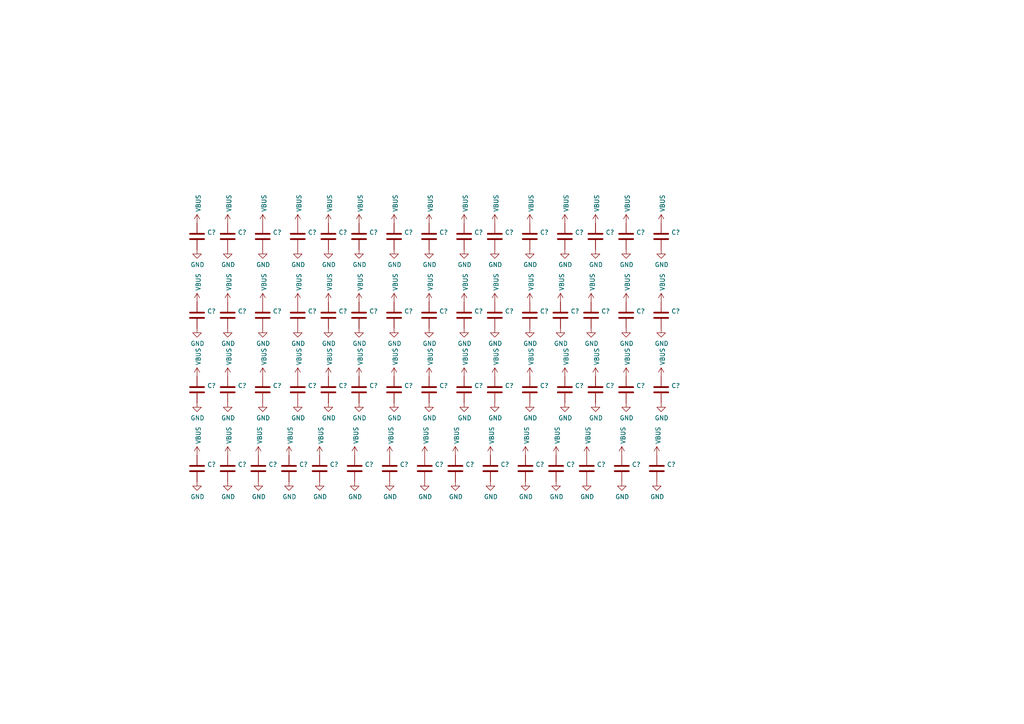
<source format=kicad_sch>
(kicad_sch (version 20211123) (generator eeschema)
  (paper "A4")
  (lib_symbols
    (symbol "Device:C" (pin_numbers hide) (pin_names (offset 0.254))
      (property "Reference" "C" (at 0.635 2.54 0))
      (property "Value" "C" (at 0.635 -2.54 0))
      (symbol "C_0_1"
        (polyline (pts (xy -2.032 -0.762) (xy 2.032 -0.762)) (stroke (width 0.508)))
        (polyline (pts (xy -2.032 0.762) (xy 2.032 0.762)) (stroke (width 0.508)))
      )
      (symbol "C_1_1"
        (pin passive line (at 0 3.81 270) (length 2.794) (name "~") (number "1"))
        (pin passive line (at 0 -3.81 90) (length 2.794) (name "~") (number "2"))
      )
    )
    (symbol "power:GND" (power) (pin_names (offset 0))
      (property "Value" "GND" (at 0 -3.81 0))
      (symbol "GND_0_1"
        (polyline (pts (xy 0 0) (xy 0 -1.27) (xy 1.27 -1.27) (xy 0 -2.54) (xy -1.27 -1.27) (xy 0 -1.27)))
      )
      (symbol "GND_1_1"
        (pin power_in line (at 0 0 270) (length 0) hide (name "GND") (number "1"))
      )
    )
    (symbol "power:VBUS" (power) (pin_names (offset 0))
      (property "Value" "VBUS" (at 0 3.81 0))
      (symbol "VBUS_0_1"
        (polyline (pts (xy -0.762 1.27) (xy 0 2.54)))
        (polyline (pts (xy 0 0) (xy 0 2.54)))
        (polyline (pts (xy 0 2.54) (xy 0.762 1.27)))
      )
      (symbol "VBUS_1_1"
        (pin power_in line (at 0 0 90) (length 0) hide (name "VBUS") (number "1"))
      )
    )
  )
  (symbol (lib_id "power:VBUS") (at 95.25 109.22 0) (unit 1)
    (property "Reference" "#PWR?" (effects hide))
  )
  (symbol (lib_id "power:GND") (at 95.25 116.84 0) (unit 1)
    (property "Reference" "#PWR?" (effects hide))
  )
  (symbol (lib_id "Device:C") (at 57.15 68.58 180) (unit 1)
    (property "Reference" "C?" (at 60.071 67.4116 0) (effects (justify right)))
  )
  (symbol (lib_id "power:VBUS") (at 57.15 64.77 0) (unit 1)
    (property "Reference" "#PWR?" (effects hide))
  )
  (symbol (lib_id "power:GND") (at 57.15 72.39 0) (unit 1)
    (property "Reference" "#PWR?" (effects hide))
  )
  (symbol (lib_id "Device:C") (at 66.04 68.58 180) (unit 1)
    (property "Reference" "C?" (at 68.961 67.4116 0) (effects (justify right)))
  )
  (symbol (lib_id "power:VBUS") (at 66.04 64.77 0) (unit 1)
    (property "Reference" "#PWR?" (effects hide))
  )
  (symbol (lib_id "power:GND") (at 66.04 72.39 0) (unit 1)
    (property "Reference" "#PWR?" (effects hide))
  )
  (symbol (lib_id "Device:C") (at 76.2 68.58 180) (unit 1)
    (property "Reference" "C?" (at 79.121 67.4116 0) (effects (justify right)))
  )
  (symbol (lib_id "power:VBUS") (at 76.2 64.77 0) (unit 1)
    (property "Reference" "#PWR?" (effects hide))
  )
  (symbol (lib_id "power:GND") (at 76.2 72.39 0) (unit 1)
    (property "Reference" "#PWR?" (effects hide))
  )
  (symbol (lib_id "Device:C") (at 86.36 68.58 180) (unit 1)
    (property "Reference" "C?" (at 89.281 67.4116 0) (effects (justify right)))
  )
  (symbol (lib_id "power:VBUS") (at 86.36 64.77 0) (unit 1)
    (property "Reference" "#PWR?" (effects hide))
  )
  (symbol (lib_id "power:GND") (at 86.36 72.39 0) (unit 1)
    (property "Reference" "#PWR?" (effects hide))
  )
  (symbol (lib_id "Device:C") (at 95.25 68.58 180) (unit 1)
    (property "Reference" "C?" (at 98.171 67.4116 0) (effects (justify right)))
  )
  (symbol (lib_id "power:VBUS") (at 95.25 64.77 0) (unit 1)
    (property "Reference" "#PWR?" (effects hide))
  )
  (symbol (lib_id "power:GND") (at 95.25 72.39 0) (unit 1)
    (property "Reference" "#PWR?" (effects hide))
  )
  (symbol (lib_id "Device:C") (at 104.14 68.58 180) (unit 1)
    (property "Reference" "C?" (at 107.061 67.4116 0) (effects (justify right)))
  )
  (symbol (lib_id "power:VBUS") (at 104.14 64.77 0) (unit 1)
    (property "Reference" "#PWR?" (effects hide))
  )
  (symbol (lib_id "power:GND") (at 104.14 72.39 0) (unit 1)
    (property "Reference" "#PWR?" (effects hide))
  )
  (symbol (lib_id "Device:C") (at 114.3 68.58 180) (unit 1)
    (property "Reference" "C?" (at 117.221 67.4116 0) (effects (justify right)))
  )
  (symbol (lib_id "power:VBUS") (at 114.3 64.77 0) (unit 1)
    (property "Reference" "#PWR?" (effects hide))
  )
  (symbol (lib_id "power:GND") (at 114.3 72.39 0) (unit 1)
    (property "Reference" "#PWR?" (effects hide))
  )
  (symbol (lib_id "Device:C") (at 124.46 68.58 180) (unit 1)
    (property "Reference" "C?" (at 127.381 67.4116 0) (effects (justify right)))
  )
  (symbol (lib_id "power:VBUS") (at 124.46 64.77 0) (unit 1)
    (property "Reference" "#PWR?" (effects hide))
  )
  (symbol (lib_id "power:GND") (at 124.46 72.39 0) (unit 1)
    (property "Reference" "#PWR?" (effects hide))
  )
  (symbol (lib_id "Device:C") (at 57.15 91.44 180) (unit 1)
    (property "Reference" "C?" (at 60.071 90.2716 0) (effects (justify right)))
  )
  (symbol (lib_id "power:VBUS") (at 57.15 87.63 0) (unit 1)
    (property "Reference" "#PWR?" (effects hide))
  )
  (symbol (lib_id "power:GND") (at 57.15 95.25 0) (unit 1)
    (property "Reference" "#PWR?" (effects hide))
  )
  (symbol (lib_id "Device:C") (at 66.04 91.44 180) (unit 1)
    (property "Reference" "C?" (at 68.961 90.2716 0) (effects (justify right)))
  )
  (symbol (lib_id "power:VBUS") (at 66.04 87.63 0) (unit 1)
    (property "Reference" "#PWR?" (effects hide))
  )
  (symbol (lib_id "power:GND") (at 66.04 95.25 0) (unit 1)
    (property "Reference" "#PWR?" (effects hide))
  )
  (symbol (lib_id "Device:C") (at 76.2 91.44 180) (unit 1)
    (property "Reference" "C?" (at 79.121 90.2716 0) (effects (justify right)))
  )
  (symbol (lib_id "power:VBUS") (at 76.2 87.63 0) (unit 1)
    (property "Reference" "#PWR?" (effects hide))
  )
  (symbol (lib_id "power:GND") (at 76.2 95.25 0) (unit 1)
    (property "Reference" "#PWR?" (effects hide))
  )
  (symbol (lib_id "Device:C") (at 86.36 91.44 180) (unit 1)
    (property "Reference" "C?" (at 89.281 90.2716 0) (effects (justify right)))
  )
  (symbol (lib_id "power:VBUS") (at 86.36 87.63 0) (unit 1)
    (property "Reference" "#PWR?" (effects hide))
  )
  (symbol (lib_id "power:GND") (at 86.36 95.25 0) (unit 1)
    (property "Reference" "#PWR?" (effects hide))
  )
  (symbol (lib_id "Device:C") (at 95.25 91.44 180) (unit 1)
    (property "Reference" "C?" (at 98.171 90.2716 0) (effects (justify right)))
  )
  (symbol (lib_id "power:VBUS") (at 95.25 87.63 0) (unit 1)
    (property "Reference" "#PWR?" (effects hide))
  )
  (symbol (lib_id "power:GND") (at 95.25 95.25 0) (unit 1)
    (property "Reference" "#PWR?" (effects hide))
  )
  (symbol (lib_id "Device:C") (at 104.14 91.44 180) (unit 1)
    (property "Reference" "C?" (at 107.061 90.2716 0) (effects (justify right)))
  )
  (symbol (lib_id "power:VBUS") (at 104.14 87.63 0) (unit 1)
    (property "Reference" "#PWR?" (effects hide))
  )
  (symbol (lib_id "power:GND") (at 104.14 95.25 0) (unit 1)
    (property "Reference" "#PWR?" (effects hide))
  )
  (symbol (lib_id "Device:C") (at 114.3 91.44 180) (unit 1)
    (property "Reference" "C?" (at 117.221 90.2716 0) (effects (justify right)))
  )
  (symbol (lib_id "power:VBUS") (at 114.3 87.63 0) (unit 1)
    (property "Reference" "#PWR?" (effects hide))
  )
  (symbol (lib_id "power:GND") (at 114.3 95.25 0) (unit 1)
    (property "Reference" "#PWR?" (effects hide))
  )
  (symbol (lib_id "Device:C") (at 124.46 91.44 180) (unit 1)
    (property "Reference" "C?" (at 127.381 90.2716 0) (effects (justify right)))
  )
  (symbol (lib_id "power:VBUS") (at 124.46 87.63 0) (unit 1)
    (property "Reference" "#PWR?" (effects hide))
  )
  (symbol (lib_id "power:GND") (at 124.46 95.25 0) (unit 1)
    (property "Reference" "#PWR?" (effects hide))
  )
  (symbol (lib_id "Device:C") (at 57.15 113.03 180) (unit 1)
    (property "Reference" "C?" (at 60.071 111.8616 0) (effects (justify right)))
  )
  (symbol (lib_id "power:VBUS") (at 57.15 109.22 0) (unit 1)
    (property "Reference" "#PWR?" (effects hide))
  )
  (symbol (lib_id "power:GND") (at 57.15 116.84 0) (unit 1)
    (property "Reference" "#PWR?" (effects hide))
  )
  (symbol (lib_id "Device:C") (at 66.04 113.03 180) (unit 1)
    (property "Reference" "C?" (at 68.961 111.8616 0) (effects (justify right)))
  )
  (symbol (lib_id "power:VBUS") (at 66.04 109.22 0) (unit 1)
    (property "Reference" "#PWR?" (effects hide))
  )
  (symbol (lib_id "power:GND") (at 66.04 116.84 0) (unit 1)
    (property "Reference" "#PWR?" (effects hide))
  )
  (symbol (lib_id "Device:C") (at 76.2 113.03 180) (unit 1)
    (property "Reference" "C?" (at 79.121 111.8616 0) (effects (justify right)))
  )
  (symbol (lib_id "power:VBUS") (at 76.2 109.22 0) (unit 1)
    (property "Reference" "#PWR?" (effects hide))
  )
  (symbol (lib_id "power:GND") (at 76.2 116.84 0) (unit 1)
    (property "Reference" "#PWR?" (effects hide))
  )
  (symbol (lib_id "Device:C") (at 86.36 113.03 180) (unit 1)
    (property "Reference" "C?" (at 89.281 111.8616 0) (effects (justify right)))
  )
  (symbol (lib_id "power:VBUS") (at 86.36 109.22 0) (unit 1)
    (property "Reference" "#PWR?" (effects hide))
  )
  (symbol (lib_id "power:GND") (at 86.36 116.84 0) (unit 1)
    (property "Reference" "#PWR?" (effects hide))
  )
  (symbol (lib_id "Device:C") (at 95.25 113.03 180) (unit 1)
    (property "Reference" "C?" (at 98.171 111.8616 0) (effects (justify right)))
  )
  (symbol (lib_id "power:VBUS") (at 104.14 109.22 0) (unit 1)
    (property "Reference" "#PWR?" (effects hide))
  )
  (symbol (lib_id "power:GND") (at 104.14 116.84 0) (unit 1)
    (property "Reference" "#PWR?" (effects hide))
  )
  (symbol (lib_id "Device:C") (at 104.14 113.03 180) (unit 1)
    (property "Reference" "C?" (at 107.061 111.8616 0) (effects (justify right)))
  )
  (symbol (lib_id "power:VBUS") (at 114.3 109.22 0) (unit 1)
    (property "Reference" "#PWR?" (effects hide))
  )
  (symbol (lib_id "power:GND") (at 114.3 116.84 0) (unit 1)
    (property "Reference" "#PWR?" (effects hide))
  )
  (symbol (lib_id "Device:C") (at 114.3 113.03 180) (unit 1)
    (property "Reference" "C?" (at 117.221 111.8616 0) (effects (justify right)))
  )
  (symbol (lib_id "power:VBUS") (at 124.46 109.22 0) (unit 1)
    (property "Reference" "#PWR?" (effects hide))
  )
  (symbol (lib_id "power:GND") (at 124.46 116.84 0) (unit 1)
    (property "Reference" "#PWR?" (effects hide))
  )
  (symbol (lib_id "Device:C") (at 57.15 135.89 180) (unit 1)
    (property "Reference" "C?" (at 60.071 134.7216 0) (effects (justify right)))
  )
  (symbol (lib_id "power:VBUS") (at 57.15 132.08 0) (unit 1)
    (property "Reference" "#PWR?" (effects hide))
  )
  (symbol (lib_id "power:GND") (at 57.15 139.7 0) (unit 1)
    (property "Reference" "#PWR?" (effects hide))
  )
  (symbol (lib_id "Device:C") (at 66.04 135.89 180) (unit 1)
    (property "Reference" "C?" (at 68.961 134.7216 0) (effects (justify right)))
  )
  (symbol (lib_id "power:VBUS") (at 66.04 132.08 0) (unit 1)
    (property "Reference" "#PWR?" (effects hide))
  )
  (symbol (lib_id "power:GND") (at 66.04 139.7 0) (unit 1)
    (property "Reference" "#PWR?" (effects hide))
  )
  (symbol (lib_id "Device:C") (at 74.93 135.89 180) (unit 1)
    (property "Reference" "C?" (at 77.851 134.7216 0) (effects (justify right)))
  )
  (symbol (lib_id "power:VBUS") (at 74.93 132.08 0) (unit 1)
    (property "Reference" "#PWR?" (effects hide))
  )
  (symbol (lib_id "power:GND") (at 74.93 139.7 0) (unit 1)
    (property "Reference" "#PWR?" (effects hide))
  )
  (symbol (lib_id "Device:C") (at 83.82 135.89 180) (unit 1)
    (property "Reference" "C?" (at 86.741 134.7216 0) (effects (justify right)))
  )
  (symbol (lib_id "power:VBUS") (at 83.82 132.08 0) (unit 1)
    (property "Reference" "#PWR?" (effects hide))
  )
  (symbol (lib_id "power:GND") (at 83.82 139.7 0) (unit 1)
    (property "Reference" "#PWR?" (effects hide))
  )
  (symbol (lib_id "Device:C") (at 92.71 135.89 180) (unit 1)
    (property "Reference" "C?" (at 95.631 134.7216 0) (effects (justify right)))
  )
  (symbol (lib_id "power:VBUS") (at 92.71 132.08 0) (unit 1)
    (property "Reference" "#PWR?" (effects hide))
  )
  (symbol (lib_id "power:GND") (at 92.71 139.7 0) (unit 1)
    (property "Reference" "#PWR?" (effects hide))
  )
  (symbol (lib_id "Device:C") (at 102.87 135.89 180) (unit 1)
    (property "Reference" "C?" (at 105.791 134.7216 0) (effects (justify right)))
  )
  (symbol (lib_id "power:VBUS") (at 102.87 132.08 0) (unit 1)
    (property "Reference" "#PWR?" (effects hide))
  )
  (symbol (lib_id "power:GND") (at 102.87 139.7 0) (unit 1)
    (property "Reference" "#PWR?" (effects hide))
  )
  (symbol (lib_id "Device:C") (at 113.03 135.89 180) (unit 1)
    (property "Reference" "C?" (at 115.951 134.7216 0) (effects (justify right)))
  )
  (symbol (lib_id "power:VBUS") (at 113.03 132.08 0) (unit 1)
    (property "Reference" "#PWR?" (effects hide))
  )
  (symbol (lib_id "power:GND") (at 113.03 139.7 0) (unit 1)
    (property "Reference" "#PWR?" (effects hide))
  )
  (symbol (lib_id "Device:C") (at 134.62 68.58 180) (unit 1)
    (property "Reference" "C?" (at 137.541 67.4116 0) (effects (justify right)))
  )
  (symbol (lib_id "power:VBUS") (at 134.62 64.77 0) (unit 1)
    (property "Reference" "#PWR?" (effects hide))
  )
  (symbol (lib_id "power:GND") (at 134.62 72.39 0) (unit 1)
    (property "Reference" "#PWR?" (effects hide))
  )
  (symbol (lib_id "Device:C") (at 143.51 68.58 180) (unit 1)
    (property "Reference" "C?" (at 146.431 67.4116 0) (effects (justify right)))
  )
  (symbol (lib_id "power:VBUS") (at 143.51 64.77 0) (unit 1)
    (property "Reference" "#PWR?" (effects hide))
  )
  (symbol (lib_id "power:GND") (at 143.51 72.39 0) (unit 1)
    (property "Reference" "#PWR?" (effects hide))
  )
  (symbol (lib_id "Device:C") (at 153.67 68.58 180) (unit 1)
    (property "Reference" "C?" (at 156.591 67.4116 0) (effects (justify right)))
  )
  (symbol (lib_id "power:VBUS") (at 153.67 64.77 0) (unit 1)
    (property "Reference" "#PWR?" (effects hide))
  )
  (symbol (lib_id "power:GND") (at 153.67 72.39 0) (unit 1)
    (property "Reference" "#PWR?" (effects hide))
  )
  (symbol (lib_id "Device:C") (at 163.83 68.58 180) (unit 1)
    (property "Reference" "C?" (at 166.751 67.4116 0) (effects (justify right)))
  )
  (symbol (lib_id "power:VBUS") (at 163.83 64.77 0) (unit 1)
    (property "Reference" "#PWR?" (effects hide))
  )
  (symbol (lib_id "power:GND") (at 163.83 72.39 0) (unit 1)
    (property "Reference" "#PWR?" (effects hide))
  )
  (symbol (lib_id "Device:C") (at 172.72 68.58 180) (unit 1)
    (property "Reference" "C?" (at 175.641 67.4116 0) (effects (justify right)))
  )
  (symbol (lib_id "power:VBUS") (at 172.72 64.77 0) (unit 1)
    (property "Reference" "#PWR?" (effects hide))
  )
  (symbol (lib_id "power:GND") (at 172.72 72.39 0) (unit 1)
    (property "Reference" "#PWR?" (effects hide))
  )
  (symbol (lib_id "Device:C") (at 181.61 68.58 180) (unit 1)
    (property "Reference" "C?" (at 184.531 67.4116 0) (effects (justify right)))
  )
  (symbol (lib_id "power:VBUS") (at 181.61 64.77 0) (unit 1)
    (property "Reference" "#PWR?" (effects hide))
  )
  (symbol (lib_id "power:GND") (at 181.61 72.39 0) (unit 1)
    (property "Reference" "#PWR?" (effects hide))
  )
  (symbol (lib_id "Device:C") (at 191.77 68.58 180) (unit 1)
    (property "Reference" "C?" (at 194.691 67.4116 0) (effects (justify right)))
  )
  (symbol (lib_id "power:VBUS") (at 191.77 64.77 0) (unit 1)
    (property "Reference" "#PWR?" (effects hide))
  )
  (symbol (lib_id "power:GND") (at 191.77 72.39 0) (unit 1)
    (property "Reference" "#PWR?" (effects hide))
  )
  (symbol (lib_id "Device:C") (at 161.29 135.89 180) (unit 1)
    (property "Reference" "C?" (at 164.211 134.7216 0) (effects (justify right)))
  )
  (symbol (lib_id "power:VBUS") (at 161.29 132.08 0) (unit 1)
    (property "Reference" "#PWR?" (effects hide))
  )
  (symbol (lib_id "power:GND") (at 161.29 139.7 0) (unit 1)
    (property "Reference" "#PWR?" (effects hide))
  )
  (symbol (lib_id "Device:C") (at 134.62 91.44 180) (unit 1)
    (property "Reference" "C?" (at 137.541 90.2716 0) (effects (justify right)))
  )
  (symbol (lib_id "power:VBUS") (at 134.62 87.63 0) (unit 1)
    (property "Reference" "#PWR?" (effects hide))
  )
  (symbol (lib_id "power:GND") (at 134.62 95.25 0) (unit 1)
    (property "Reference" "#PWR?" (effects hide))
  )
  (symbol (lib_id "Device:C") (at 143.51 91.44 180) (unit 1)
    (property "Reference" "C?" (at 146.431 90.2716 0) (effects (justify right)))
  )
  (symbol (lib_id "power:VBUS") (at 143.51 87.63 0) (unit 1)
    (property "Reference" "#PWR?" (effects hide))
  )
  (symbol (lib_id "power:GND") (at 143.51 95.25 0) (unit 1)
    (property "Reference" "#PWR?" (effects hide))
  )
  (symbol (lib_id "Device:C") (at 153.67 91.44 180) (unit 1)
    (property "Reference" "C?" (at 156.591 90.2716 0) (effects (justify right)))
  )
  (symbol (lib_id "power:VBUS") (at 153.67 87.63 0) (unit 1)
    (property "Reference" "#PWR?" (effects hide))
  )
  (symbol (lib_id "power:GND") (at 153.67 95.25 0) (unit 1)
    (property "Reference" "#PWR?" (effects hide))
  )
  (symbol (lib_id "Device:C") (at 162.56 91.44 180) (unit 1)
    (property "Reference" "C?" (at 165.481 90.2716 0) (effects (justify right)))
  )
  (symbol (lib_id "power:VBUS") (at 162.56 87.63 0) (unit 1)
    (property "Reference" "#PWR?" (effects hide))
  )
  (symbol (lib_id "power:GND") (at 162.56 95.25 0) (unit 1)
    (property "Reference" "#PWR?" (effects hide))
  )
  (symbol (lib_id "Device:C") (at 171.45 91.44 180) (unit 1)
    (property "Reference" "C?" (at 174.371 90.2716 0) (effects (justify right)))
  )
  (symbol (lib_id "power:VBUS") (at 171.45 87.63 0) (unit 1)
    (property "Reference" "#PWR?" (effects hide))
  )
  (symbol (lib_id "power:GND") (at 171.45 95.25 0) (unit 1)
    (property "Reference" "#PWR?" (effects hide))
  )
  (symbol (lib_id "Device:C") (at 181.61 91.44 180) (unit 1)
    (property "Reference" "C?" (at 184.531 90.2716 0) (effects (justify right)))
  )
  (symbol (lib_id "power:VBUS") (at 181.61 87.63 0) (unit 1)
    (property "Reference" "#PWR?" (effects hide))
  )
  (symbol (lib_id "power:GND") (at 181.61 95.25 0) (unit 1)
    (property "Reference" "#PWR?" (effects hide))
  )
  (symbol (lib_id "Device:C") (at 191.77 91.44 180) (unit 1)
    (property "Reference" "C?" (at 194.691 90.2716 0) (effects (justify right)))
  )
  (symbol (lib_id "power:VBUS") (at 191.77 87.63 0) (unit 1)
    (property "Reference" "#PWR?" (effects hide))
  )
  (symbol (lib_id "power:GND") (at 191.77 95.25 0) (unit 1)
    (property "Reference" "#PWR?" (effects hide))
  )
  (symbol (lib_id "Device:C") (at 124.46 113.03 180) (unit 1)
    (property "Reference" "C?" (at 127.381 111.8616 0) (effects (justify right)))
  )
  (symbol (lib_id "power:VBUS") (at 134.62 109.22 0) (unit 1)
    (property "Reference" "#PWR?" (effects hide))
  )
  (symbol (lib_id "power:GND") (at 134.62 116.84 0) (unit 1)
    (property "Reference" "#PWR?" (effects hide))
  )
  (symbol (lib_id "Device:C") (at 134.62 113.03 180) (unit 1)
    (property "Reference" "C?" (at 137.541 111.8616 0) (effects (justify right)))
  )
  (symbol (lib_id "power:VBUS") (at 143.51 109.22 0) (unit 1)
    (property "Reference" "#PWR?" (effects hide))
  )
  (symbol (lib_id "power:GND") (at 143.51 116.84 0) (unit 1)
    (property "Reference" "#PWR?" (effects hide))
  )
  (symbol (lib_id "Device:C") (at 143.51 113.03 180) (unit 1)
    (property "Reference" "C?" (at 146.431 111.8616 0) (effects (justify right)))
  )
  (symbol (lib_id "power:VBUS") (at 153.67 109.22 0) (unit 1)
    (property "Reference" "#PWR?" (effects hide))
  )
  (symbol (lib_id "power:GND") (at 153.67 116.84 0) (unit 1)
    (property "Reference" "#PWR?" (effects hide))
  )
  (symbol (lib_id "Device:C") (at 153.67 113.03 180) (unit 1)
    (property "Reference" "C?" (at 156.591 111.8616 0) (effects (justify right)))
  )
  (symbol (lib_id "power:VBUS") (at 163.83 109.22 0) (unit 1)
    (property "Reference" "#PWR?" (effects hide))
  )
  (symbol (lib_id "power:GND") (at 163.83 116.84 0) (unit 1)
    (property "Reference" "#PWR?" (effects hide))
  )
  (symbol (lib_id "Device:C") (at 163.83 113.03 180) (unit 1)
    (property "Reference" "C?" (at 166.751 111.8616 0) (effects (justify right)))
  )
  (symbol (lib_id "power:VBUS") (at 172.72 109.22 0) (unit 1)
    (property "Reference" "#PWR?" (effects hide))
  )
  (symbol (lib_id "power:GND") (at 172.72 116.84 0) (unit 1)
    (property "Reference" "#PWR?" (effects hide))
  )
  (symbol (lib_id "Device:C") (at 172.72 113.03 180) (unit 1)
    (property "Reference" "C?" (at 175.641 111.8616 0) (effects (justify right)))
  )
  (symbol (lib_id "power:VBUS") (at 181.61 109.22 0) (unit 1)
    (property "Reference" "#PWR?" (effects hide))
  )
  (symbol (lib_id "power:GND") (at 181.61 116.84 0) (unit 1)
    (property "Reference" "#PWR?" (effects hide))
  )
  (symbol (lib_id "Device:C") (at 181.61 113.03 180) (unit 1)
    (property "Reference" "C?" (at 184.531 111.8616 0) (effects (justify right)))
  )
  (symbol (lib_id "power:VBUS") (at 191.77 109.22 0) (unit 1)
    (property "Reference" "#PWR?" (effects hide))
  )
  (symbol (lib_id "power:GND") (at 191.77 116.84 0) (unit 1)
    (property "Reference" "#PWR?" (effects hide))
  )
  (symbol (lib_id "Device:C") (at 191.77 113.03 180) (unit 1)
    (property "Reference" "C?" (at 194.691 111.8616 0) (effects (justify right)))
  )
  (symbol (lib_id "Device:C") (at 123.19 135.89 180) (unit 1)
    (property "Reference" "C?" (at 126.111 134.7216 0) (effects (justify right)))
  )
  (symbol (lib_id "power:VBUS") (at 123.19 132.08 0) (unit 1)
    (property "Reference" "#PWR?" (effects hide))
  )
  (symbol (lib_id "power:GND") (at 123.19 139.7 0) (unit 1)
    (property "Reference" "#PWR?" (effects hide))
  )
  (symbol (lib_id "Device:C") (at 132.08 135.89 180) (unit 1)
    (property "Reference" "C?" (at 135.001 134.7216 0) (effects (justify right)))
  )
  (symbol (lib_id "power:VBUS") (at 132.08 132.08 0) (unit 1)
    (property "Reference" "#PWR?" (effects hide))
  )
  (symbol (lib_id "power:GND") (at 132.08 139.7 0) (unit 1)
    (property "Reference" "#PWR?" (effects hide))
  )
  (symbol (lib_id "Device:C") (at 142.24 135.89 180) (unit 1)
    (property "Reference" "C?" (at 145.161 134.7216 0) (effects (justify right)))
  )
  (symbol (lib_id "power:VBUS") (at 142.24 132.08 0) (unit 1)
    (property "Reference" "#PWR?" (effects hide))
  )
  (symbol (lib_id "power:GND") (at 142.24 139.7 0) (unit 1)
    (property "Reference" "#PWR?" (effects hide))
  )
  (symbol (lib_id "Device:C") (at 152.4 135.89 180) (unit 1)
    (property "Reference" "C?" (at 155.321 134.7216 0) (effects (justify right)))
  )
  (symbol (lib_id "power:VBUS") (at 152.4 132.08 0) (unit 1)
    (property "Reference" "#PWR?" (effects hide))
  )
  (symbol (lib_id "power:GND") (at 152.4 139.7 0) (unit 1)
    (property "Reference" "#PWR?" (effects hide))
  )
  (symbol (lib_id "Device:C") (at 170.18 135.89 180) (unit 1)
    (property "Reference" "C?" (at 173.101 134.7216 0) (effects (justify right)))
  )
  (symbol (lib_id "power:VBUS") (at 170.18 132.08 0) (unit 1)
    (property "Reference" "#PWR?" (effects hide))
  )
  (symbol (lib_id "power:GND") (at 170.18 139.7 0) (unit 1)
    (property "Reference" "#PWR?" (effects hide))
  )
  (symbol (lib_id "Device:C") (at 180.34 135.89 180) (unit 1)
    (property "Reference" "C?" (at 183.261 134.7216 0) (effects (justify right)))
  )
  (symbol (lib_id "power:VBUS") (at 180.34 132.08 0) (unit 1)
    (property "Reference" "#PWR?" (effects hide))
  )
  (symbol (lib_id "power:GND") (at 180.34 139.7 0) (unit 1)
    (property "Reference" "#PWR?" (effects hide))
  )
  (symbol (lib_id "Device:C") (at 190.5 135.89 180) (unit 1)
    (property "Reference" "C?" (at 193.421 134.7216 0) (effects (justify right)))
  )
  (symbol (lib_id "power:VBUS") (at 190.5 132.08 0) (unit 1)
    (property "Reference" "#PWR?" (effects hide))
  )
  (symbol (lib_id "power:GND") (at 190.5 139.7 0) (unit 1)
    (property "Reference" "#PWR?" (effects hide))
  )
)
</source>
